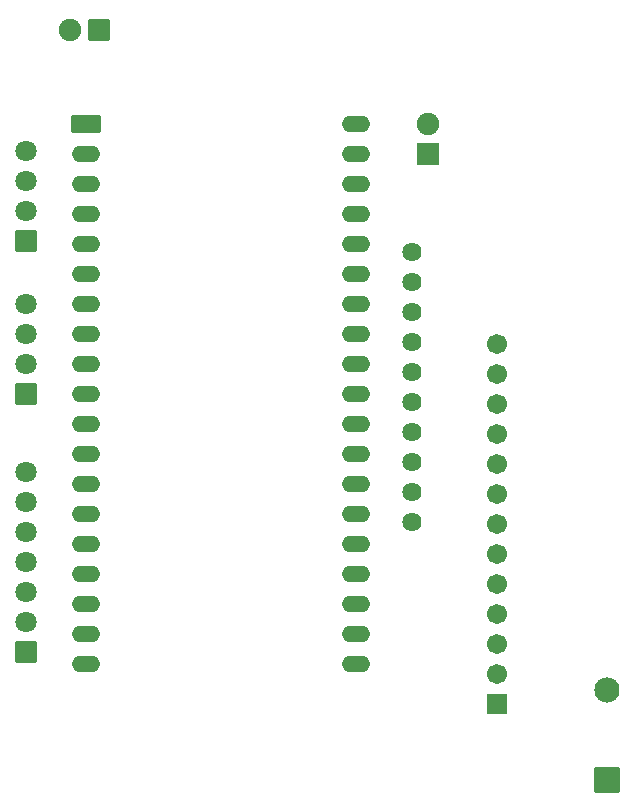
<source format=gbs>
G04 Layer: BottomSolderMaskLayer*
G04 EasyEDA v6.5.23, 2023-06-06 20:47:31*
G04 e563b856323e489fb497cbcb29ae2dd2,10*
G04 Gerber Generator version 0.2*
G04 Scale: 100 percent, Rotated: No, Reflected: No *
G04 Dimensions in millimeters *
G04 leading zeros omitted , absolute positions ,4 integer and 5 decimal *
%FSLAX45Y45*%
%MOMM*%

%AMMACRO1*1,1,$1,$2,$3*1,1,$1,$4,$5*1,1,$1,0-$2,0-$3*1,1,$1,0-$4,0-$5*20,1,$1,$2,$3,$4,$5,0*20,1,$1,$4,$5,0-$2,0-$3,0*20,1,$1,0-$2,0-$3,0-$4,0-$5,0*20,1,$1,0-$4,0-$5,$2,$3,0*4,1,4,$2,$3,$4,$5,0-$2,0-$3,0-$4,0-$5,$2,$3,0*%
%ADD10C,1.6256*%
%ADD11MACRO1,0.1016X1.016X1.016X1.016X-1.016*%
%ADD12C,2.1336*%
%ADD13MACRO1,0.2032X1.143X0.635X1.143X-0.635*%
%ADD14O,2.3876X1.3716000000000002*%
%ADD15C,1.9000*%
%ADD16MACRO1,0.3X-0.8X0.8X0.8X0.8*%
%ADD17MACRO1,0.1016X-0.85X-0.85X-0.85X0.85*%
%ADD18C,1.8016*%
%ADD19R,1.7016X1.7016*%
%ADD20C,1.7016*%
%ADD21MACRO1,0.1016X-0.9X-0.9X-0.9X0.9*%
%ADD22C,1.9016*%

%LPD*%
D10*
G01*
X3519980Y2438981D03*
G01*
X3519980Y4724981D03*
G01*
X3519980Y4470981D03*
G01*
X3519980Y4216981D03*
G01*
X3519980Y3962981D03*
G01*
X3519980Y3708981D03*
G01*
X3519980Y3454981D03*
G01*
X3519980Y3200981D03*
G01*
X3519980Y2946981D03*
G01*
X3519980Y2692981D03*
D11*
G01*
X5168900Y254000D03*
D12*
G01*
X5168900Y1015009D03*
D13*
G01*
X756996Y5808992D03*
D14*
G01*
X756996Y5554992D03*
G01*
X756996Y5300992D03*
G01*
X756996Y5046992D03*
G01*
X756996Y4792992D03*
G01*
X756996Y4538992D03*
G01*
X756996Y4284992D03*
G01*
X756996Y4030992D03*
G01*
X756996Y3776992D03*
G01*
X756996Y3522992D03*
G01*
X756996Y3268992D03*
G01*
X756996Y3014992D03*
G01*
X756996Y2760992D03*
G01*
X756996Y2506992D03*
G01*
X756996Y2252992D03*
G01*
X756996Y1998992D03*
G01*
X756996Y1744992D03*
G01*
X756996Y1490992D03*
G01*
X756996Y1236992D03*
G01*
X3042996Y1236992D03*
G01*
X3042996Y1490992D03*
G01*
X3042996Y1744992D03*
G01*
X3042996Y1998992D03*
G01*
X3042996Y2252992D03*
G01*
X3042996Y2506992D03*
G01*
X3042996Y2760992D03*
G01*
X3042996Y3014992D03*
G01*
X3042996Y3268992D03*
G01*
X3042996Y3522992D03*
G01*
X3042996Y3776992D03*
G01*
X3042996Y4030992D03*
G01*
X3042996Y4284992D03*
G01*
X3042996Y4538992D03*
G01*
X3042996Y4792992D03*
G01*
X3042996Y5046992D03*
G01*
X3042996Y5300992D03*
G01*
X3042996Y5554992D03*
G01*
X3042996Y5808992D03*
D15*
G01*
X624306Y6604000D03*
D16*
G01*
X874301Y6604000D03*
D17*
G01*
X249999Y3523990D03*
D18*
G01*
X249999Y3777990D03*
G01*
X249999Y4031990D03*
G01*
X249999Y4285990D03*
D19*
G01*
X4241800Y901700D03*
D20*
G01*
X4241800Y1155700D03*
G01*
X4241800Y1409700D03*
G01*
X4241800Y1663700D03*
G01*
X4241800Y1917700D03*
G01*
X4241800Y2171700D03*
G01*
X4241800Y2425700D03*
G01*
X4241800Y2679700D03*
G01*
X4241800Y2933700D03*
G01*
X4241800Y3187700D03*
G01*
X4241800Y3441700D03*
G01*
X4241800Y3695700D03*
G01*
X4241800Y3949700D03*
D21*
G01*
X3657600Y5552988D03*
D22*
G01*
X3657600Y5806988D03*
D17*
G01*
X249999Y1337995D03*
D18*
G01*
X249999Y1591995D03*
G01*
X249999Y1845995D03*
G01*
X249999Y2099995D03*
G01*
X249999Y2353995D03*
G01*
X249999Y2607995D03*
G01*
X249999Y2861995D03*
D17*
G01*
X249999Y4818989D03*
D18*
G01*
X249999Y5072989D03*
G01*
X249999Y5326989D03*
G01*
X249999Y5580989D03*
M02*

</source>
